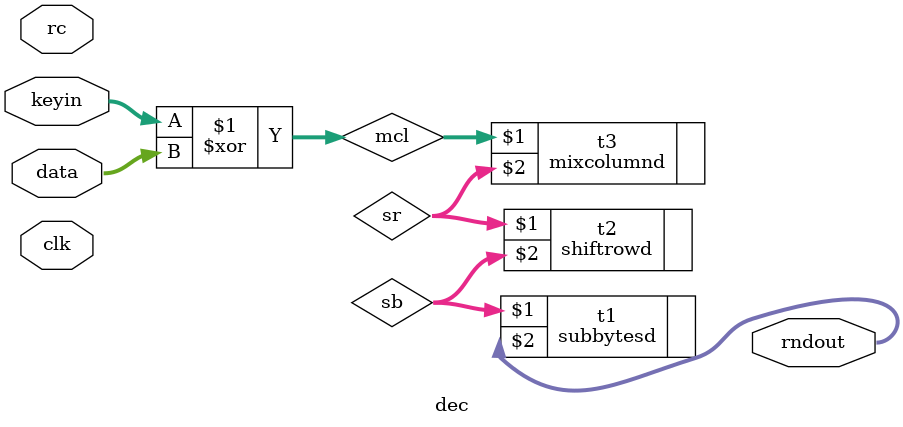
<source format=v>
`timescale 1ns / 1ps

module dec(clk,rc,data,keyin,rndout);
input clk;
input [3:0]rc;
input [127:0]data;
input [127:0]keyin;
output [127:0]rndout;

wire [127:0] sb,sr,mcl;

subbytesd t1(sb,rndout);
shiftrowd t2(sr,sb);
mixcolumnd t3(mcl,sr);
assign mcl= keyin^data;

endmodule

</source>
